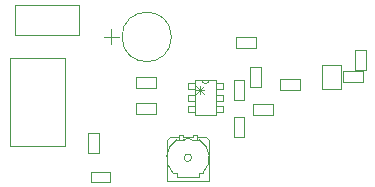
<source format=gbr>
G04*
G04 #@! TF.GenerationSoftware,Altium Limited,Altium Designer,24.6.1 (21)*
G04*
G04 Layer_Color=16711935*
%FSLAX25Y25*%
%MOIN*%
G70*
G04*
G04 #@! TF.SameCoordinates,5512D287-6342-4ABA-9CF6-7DAEAAFA0F20*
G04*
G04*
G04 #@! TF.FilePolarity,Positive*
G04*
G01*
G75*
%ADD14C,0.00300*%
%ADD39C,0.00394*%
%ADD40C,0.00000*%
%ADD41C,0.00100*%
D14*
X388175Y356880D02*
X390799Y354256D01*
X388175D02*
X390799Y356880D01*
X388175Y355568D02*
X390799D01*
X389487Y354256D02*
Y356880D01*
D39*
X390599Y328059D02*
G03*
X389328Y338944I-5099J4921D01*
G01*
X386887D02*
G03*
X384113Y338944I-1387J-1397D01*
G01*
X386750Y332980D02*
G03*
X384250Y332980I-1250J0D01*
G01*
D02*
G03*
X386750Y332980I1250J0D01*
G01*
X381672Y338944D02*
G03*
X380401Y328059I3828J-5964D01*
G01*
X352228Y341347D02*
X355772D01*
X352228Y334653D02*
X355772D01*
Y341347D01*
X352228Y334653D02*
Y341347D01*
X353350Y324925D02*
X359650D01*
Y328075D01*
X353350Y324925D02*
Y328075D01*
X359650D01*
X379594Y340067D02*
X382547D01*
X388453D02*
X391406D01*
X392587Y338886D01*
X388374Y338944D02*
Y340657D01*
X381976Y326681D02*
Y328059D01*
Y326681D02*
X389024D01*
X386887Y338944D02*
X389328D01*
X383846Y340067D02*
X387154D01*
X392587Y325106D02*
Y338886D01*
X387173Y340657D02*
X388374D01*
X382626Y338944D02*
Y340657D01*
X387173Y340067D02*
Y340657D01*
X378413Y338886D02*
X379594Y340067D01*
X389024Y328059D02*
X390599D01*
X389024Y326681D02*
Y328059D01*
X382626Y340657D02*
X383827D01*
Y340067D02*
Y340657D01*
X380401Y328059D02*
X381976D01*
X381672Y338944D02*
X384113D01*
X378413Y325106D02*
X392587D01*
X378413Y325106D02*
Y338886D01*
X400728Y339799D02*
X400728Y346492D01*
X404272D02*
X404272Y339799D01*
X400728Y346492D02*
X404272D01*
X400728Y339799D02*
X404272D01*
X437153Y358228D02*
Y361772D01*
X443847Y361772D02*
X443847Y358228D01*
X437153D02*
X443847D01*
X437153Y361772D02*
X443847Y361772D01*
X441228Y362154D02*
X444772D01*
X441228Y368846D02*
X444772D01*
X441228D02*
X441228Y362154D01*
X444772D02*
X444772Y368846D01*
X430350Y363937D02*
X436650D01*
X430350Y356063D02*
X436650D01*
X430350D02*
Y363937D01*
X436650Y356063D02*
Y363937D01*
X401653Y369728D02*
Y373272D01*
X408346Y369728D02*
Y373272D01*
X401653Y373272D02*
X408346Y373272D01*
X401653Y369728D02*
X408346Y369728D01*
X326035Y336818D02*
Y366308D01*
X344521D01*
X344539Y336818D02*
Y366327D01*
X326035Y336818D02*
X344539D01*
X327752Y384000D02*
X349248Y384000D01*
X327752Y374000D02*
Y384000D01*
Y374000D02*
X349248Y374000D01*
Y384000D01*
X400728Y358846D02*
X404272D01*
X400728Y352153D02*
X404272D01*
X400728D02*
Y358846D01*
X404272Y352153D02*
Y358846D01*
X368154Y356228D02*
Y359772D01*
X374847Y356228D02*
Y359772D01*
X368154D02*
X374847D01*
X368154Y356228D02*
X374847D01*
X416153Y355728D02*
Y359272D01*
X422847Y355728D02*
Y359272D01*
X416153D02*
X422847D01*
X416153Y355728D02*
X422847D01*
X406228Y363347D02*
X409772D01*
X406228Y356653D02*
X409772D01*
Y363347D01*
X406228Y356653D02*
Y363347D01*
X407154Y347228D02*
Y350772D01*
X413846Y347228D02*
Y350772D01*
X407154D02*
X413846D01*
X407154Y347228D02*
X413846D01*
X368154Y347728D02*
Y351272D01*
X374847Y347728D02*
Y351272D01*
X368154D02*
X374847D01*
X368154Y347728D02*
X374847D01*
D40*
X380006Y373272D02*
G03*
X380006Y373272I-8250J0D01*
G01*
X390175Y358900D02*
G03*
X392575Y358900I1200J0D01*
G01*
D41*
X360006Y370772D02*
Y375772D01*
X357506Y373272D02*
X362506D01*
X387925Y355740D02*
Y357740D01*
X385475D02*
X387925D01*
X385475Y355740D02*
Y357740D01*
Y355740D02*
X387925D01*
Y352000D02*
Y354000D01*
X385475D02*
X387925D01*
X385475Y352000D02*
Y354000D01*
Y352000D02*
X387925D01*
Y348260D02*
Y350260D01*
X385475D02*
X387925D01*
X385475Y348260D02*
Y350260D01*
Y348260D02*
X387925D01*
X394825D02*
Y350260D01*
Y348260D02*
X397275D01*
Y350260D01*
X394825D02*
X397275D01*
X394825Y352000D02*
Y354000D01*
Y352000D02*
X397275D01*
Y354000D01*
X394825D02*
X397275D01*
X394825Y355740D02*
Y357740D01*
Y355740D02*
X397275D01*
Y357740D01*
X394825D02*
X397275D01*
X387925Y347100D02*
X394825D01*
Y358900D01*
X387925D02*
X394825D01*
X387925Y347100D02*
Y358900D01*
M02*

</source>
